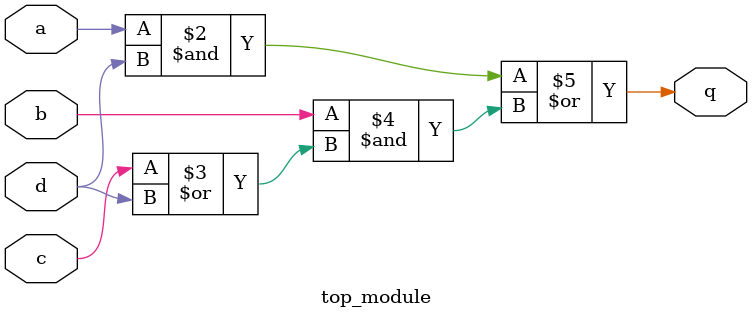
<source format=sv>
module top_module (
    input a, 
    input b, 
    input c, 
    input d,
    output reg q
);
    always @(*) begin
        q = (a & d) | (b & (c | d));
    end
endmodule

</source>
